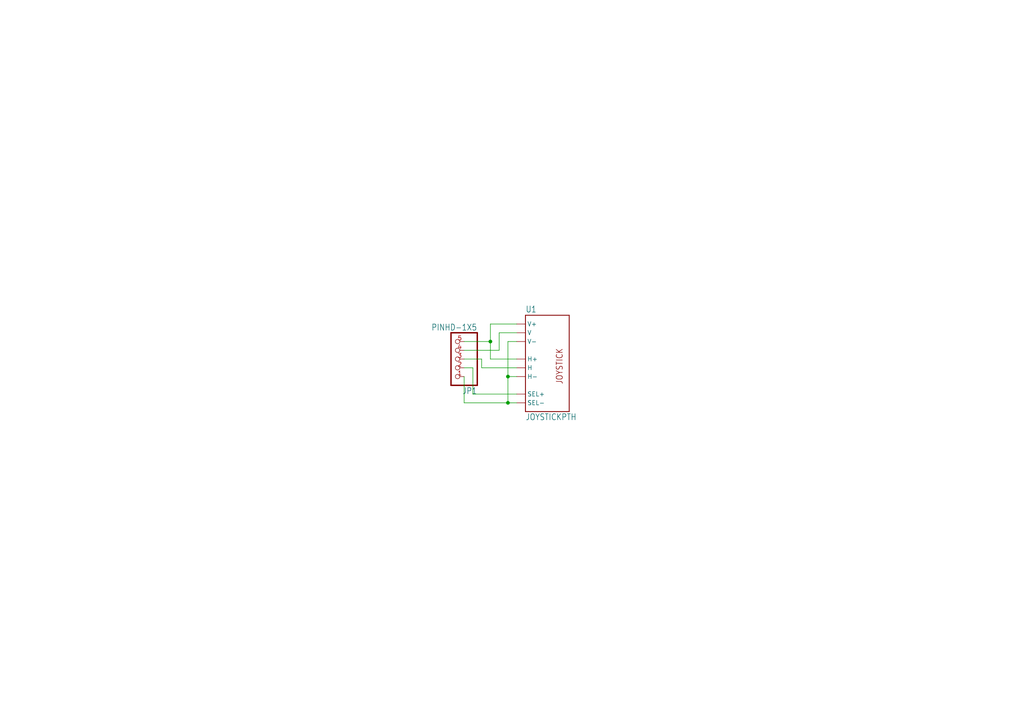
<source format=kicad_sch>
(kicad_sch (version 20211123) (generator eeschema)

  (uuid f6151add-de4c-4164-80e4-67033cfe5123)

  (paper "A4")

  (lib_symbols
    (symbol "joystick-eagle-import:JOYSTICKPTH" (in_bom yes) (on_board yes)
      (property "Reference" "U" (id 0) (at -7.62 13.462 0)
        (effects (font (size 1.778 1.5113)) (justify left bottom))
      )
      (property "Value" "JOYSTICKPTH" (id 1) (at -7.62 -17.78 0)
        (effects (font (size 1.778 1.5113)) (justify left bottom))
      )
      (property "Footprint" "joystick:JOYSTICK" (id 2) (at 0 0 0)
        (effects (font (size 1.27 1.27)) hide)
      )
      (property "Datasheet" "" (id 3) (at 0 0 0)
        (effects (font (size 1.27 1.27)) hide)
      )
      (property "ki_locked" "" (id 4) (at 0 0 0)
        (effects (font (size 1.27 1.27)))
      )
      (symbol "JOYSTICKPTH_1_0"
        (polyline
          (pts
            (xy -7.62 -15.24)
            (xy -7.62 12.7)
          )
          (stroke (width 0.254) (type default) (color 0 0 0 0))
          (fill (type none))
        )
        (polyline
          (pts
            (xy -7.62 12.7)
            (xy 5.08 12.7)
          )
          (stroke (width 0.254) (type default) (color 0 0 0 0))
          (fill (type none))
        )
        (polyline
          (pts
            (xy 5.08 -15.24)
            (xy -7.62 -15.24)
          )
          (stroke (width 0.254) (type default) (color 0 0 0 0))
          (fill (type none))
        )
        (polyline
          (pts
            (xy 5.08 12.7)
            (xy 5.08 -15.24)
          )
          (stroke (width 0.254) (type default) (color 0 0 0 0))
          (fill (type none))
        )
        (text "JOYSTICK" (at 3.302 -7.366 900)
          (effects (font (size 1.778 1.5113)) (justify left bottom))
        )
        (pin bidirectional line (at -10.16 -10.16 0) (length 2.54)
          (name "SEL+" (effects (font (size 1.27 1.27))))
          (number "B1A" (effects (font (size 0 0))))
        )
        (pin bidirectional line (at -10.16 -12.7 0) (length 2.54)
          (name "SEL-" (effects (font (size 1.27 1.27))))
          (number "B2A" (effects (font (size 0 0))))
        )
        (pin bidirectional line (at -10.16 0 0) (length 2.54)
          (name "H+" (effects (font (size 1.27 1.27))))
          (number "H1" (effects (font (size 0 0))))
        )
        (pin bidirectional line (at -10.16 -2.54 0) (length 2.54)
          (name "H" (effects (font (size 1.27 1.27))))
          (number "H2" (effects (font (size 0 0))))
        )
        (pin bidirectional line (at -10.16 -5.08 0) (length 2.54)
          (name "H-" (effects (font (size 1.27 1.27))))
          (number "H3" (effects (font (size 0 0))))
        )
        (pin bidirectional line (at -10.16 10.16 0) (length 2.54)
          (name "V+" (effects (font (size 1.27 1.27))))
          (number "V1" (effects (font (size 0 0))))
        )
        (pin bidirectional line (at -10.16 7.62 0) (length 2.54)
          (name "V" (effects (font (size 1.27 1.27))))
          (number "V2" (effects (font (size 0 0))))
        )
        (pin bidirectional line (at -10.16 5.08 0) (length 2.54)
          (name "V-" (effects (font (size 1.27 1.27))))
          (number "V3" (effects (font (size 0 0))))
        )
      )
    )
    (symbol "joystick-eagle-import:PINHD-1X5" (in_bom yes) (on_board yes)
      (property "Reference" "JP" (id 0) (at -6.35 8.255 0)
        (effects (font (size 1.778 1.5113)) (justify left bottom))
      )
      (property "Value" "PINHD-1X5" (id 1) (at -6.35 -10.16 0)
        (effects (font (size 1.778 1.5113)) (justify left bottom))
      )
      (property "Footprint" "joystick:1X05" (id 2) (at 0 0 0)
        (effects (font (size 1.27 1.27)) hide)
      )
      (property "Datasheet" "" (id 3) (at 0 0 0)
        (effects (font (size 1.27 1.27)) hide)
      )
      (property "ki_locked" "" (id 4) (at 0 0 0)
        (effects (font (size 1.27 1.27)))
      )
      (symbol "PINHD-1X5_1_0"
        (polyline
          (pts
            (xy -6.35 -7.62)
            (xy 1.27 -7.62)
          )
          (stroke (width 0.4064) (type default) (color 0 0 0 0))
          (fill (type none))
        )
        (polyline
          (pts
            (xy -6.35 7.62)
            (xy -6.35 -7.62)
          )
          (stroke (width 0.4064) (type default) (color 0 0 0 0))
          (fill (type none))
        )
        (polyline
          (pts
            (xy 1.27 -7.62)
            (xy 1.27 7.62)
          )
          (stroke (width 0.4064) (type default) (color 0 0 0 0))
          (fill (type none))
        )
        (polyline
          (pts
            (xy 1.27 7.62)
            (xy -6.35 7.62)
          )
          (stroke (width 0.4064) (type default) (color 0 0 0 0))
          (fill (type none))
        )
        (pin passive inverted (at -2.54 5.08 0) (length 2.54)
          (name "1" (effects (font (size 0 0))))
          (number "1" (effects (font (size 1.27 1.27))))
        )
        (pin passive inverted (at -2.54 2.54 0) (length 2.54)
          (name "2" (effects (font (size 0 0))))
          (number "2" (effects (font (size 1.27 1.27))))
        )
        (pin passive inverted (at -2.54 0 0) (length 2.54)
          (name "3" (effects (font (size 0 0))))
          (number "3" (effects (font (size 1.27 1.27))))
        )
        (pin passive inverted (at -2.54 -2.54 0) (length 2.54)
          (name "4" (effects (font (size 0 0))))
          (number "4" (effects (font (size 1.27 1.27))))
        )
        (pin passive inverted (at -2.54 -5.08 0) (length 2.54)
          (name "5" (effects (font (size 0 0))))
          (number "5" (effects (font (size 1.27 1.27))))
        )
      )
    )
  )

  (junction (at 147.32 116.84) (diameter 0) (color 0 0 0 0)
    (uuid 69bb069c-4155-4bee-9683-be89522001e9)
  )
  (junction (at 147.32 109.22) (diameter 0) (color 0 0 0 0)
    (uuid 8ba29c31-7ea8-4623-b694-603e8b5f8b54)
  )
  (junction (at 142.24 99.06) (diameter 0) (color 0 0 0 0)
    (uuid cd6bd31f-650e-4728-ae67-e15857c8c1c0)
  )

  (wire (pts (xy 147.32 99.06) (xy 147.32 109.22))
    (stroke (width 0) (type default) (color 0 0 0 0))
    (uuid 01ce7cb2-1ade-4746-953e-7dd653371aab)
  )
  (wire (pts (xy 147.32 109.22) (xy 149.86 109.22))
    (stroke (width 0) (type default) (color 0 0 0 0))
    (uuid 07cdc3ad-40ba-4ef5-b33f-0959c15c4562)
  )
  (wire (pts (xy 139.7 104.14) (xy 139.7 106.68))
    (stroke (width 0) (type default) (color 0 0 0 0))
    (uuid 12d98feb-cb09-48fc-b725-ad8e41091410)
  )
  (wire (pts (xy 142.24 99.06) (xy 142.24 104.14))
    (stroke (width 0) (type default) (color 0 0 0 0))
    (uuid 13a37fa1-357b-4ae0-9b9e-ee8b416138cd)
  )
  (wire (pts (xy 134.62 109.22) (xy 134.62 116.84))
    (stroke (width 0) (type default) (color 0 0 0 0))
    (uuid 15f47301-5528-4338-ad59-cc12ad8b1946)
  )
  (wire (pts (xy 144.78 101.6) (xy 144.78 96.52))
    (stroke (width 0) (type default) (color 0 0 0 0))
    (uuid 48de4155-63c7-4b8b-9f21-9700d3ac7927)
  )
  (wire (pts (xy 142.24 93.98) (xy 142.24 99.06))
    (stroke (width 0) (type default) (color 0 0 0 0))
    (uuid 49ae451c-815a-4ffa-bd24-c7b2a7d8ec9a)
  )
  (wire (pts (xy 137.16 106.68) (xy 134.62 106.68))
    (stroke (width 0) (type default) (color 0 0 0 0))
    (uuid 59519048-0e28-4e41-8f0e-0aec598547c5)
  )
  (wire (pts (xy 144.78 96.52) (xy 149.86 96.52))
    (stroke (width 0) (type default) (color 0 0 0 0))
    (uuid 5d147f58-e030-4556-89fb-f59a6edfdf53)
  )
  (wire (pts (xy 149.86 114.3) (xy 137.16 114.3))
    (stroke (width 0) (type default) (color 0 0 0 0))
    (uuid 692141a5-2109-4efd-a95f-f6ef819d930e)
  )
  (wire (pts (xy 139.7 106.68) (xy 149.86 106.68))
    (stroke (width 0) (type default) (color 0 0 0 0))
    (uuid 6c68fa40-5a8e-44e1-85ec-a08ad9f134be)
  )
  (wire (pts (xy 142.24 104.14) (xy 149.86 104.14))
    (stroke (width 0) (type default) (color 0 0 0 0))
    (uuid a215aec0-b95f-4c00-857b-82128e7b2e28)
  )
  (wire (pts (xy 137.16 114.3) (xy 137.16 106.68))
    (stroke (width 0) (type default) (color 0 0 0 0))
    (uuid aad4812e-4255-4285-9715-3d76bf800861)
  )
  (wire (pts (xy 149.86 93.98) (xy 142.24 93.98))
    (stroke (width 0) (type default) (color 0 0 0 0))
    (uuid b3d6bb56-85e1-4ece-a8ad-dfa744de6d33)
  )
  (wire (pts (xy 149.86 99.06) (xy 147.32 99.06))
    (stroke (width 0) (type default) (color 0 0 0 0))
    (uuid cd2ac98a-3759-47ff-9969-36caadfbbb97)
  )
  (wire (pts (xy 134.62 116.84) (xy 147.32 116.84))
    (stroke (width 0) (type default) (color 0 0 0 0))
    (uuid d45b78ab-485e-4832-99e9-c068fd57d70c)
  )
  (wire (pts (xy 147.32 116.84) (xy 149.86 116.84))
    (stroke (width 0) (type default) (color 0 0 0 0))
    (uuid dedf4953-1b12-451e-87c9-33a5ad2b9d6d)
  )
  (wire (pts (xy 134.62 99.06) (xy 142.24 99.06))
    (stroke (width 0) (type default) (color 0 0 0 0))
    (uuid e786c2d9-bfb8-4529-89ea-7db2b00ffdce)
  )
  (wire (pts (xy 147.32 109.22) (xy 147.32 116.84))
    (stroke (width 0) (type default) (color 0 0 0 0))
    (uuid ef60e159-c789-4700-af50-e2b1c26602a8)
  )
  (wire (pts (xy 134.62 101.6) (xy 144.78 101.6))
    (stroke (width 0) (type default) (color 0 0 0 0))
    (uuid faea1fea-0120-4523-ba53-1a27bbe06b3e)
  )
  (wire (pts (xy 134.62 104.14) (xy 139.7 104.14))
    (stroke (width 0) (type default) (color 0 0 0 0))
    (uuid feab62bb-8edb-4c34-834f-17eb6723ade2)
  )

  (symbol (lib_id "joystick-eagle-import:PINHD-1X5") (at 132.08 104.14 180) (unit 1)
    (in_bom yes) (on_board yes)
    (uuid a2d3e857-d04d-436d-835d-de12fafdf700)
    (property "Reference" "JP1" (id 0) (at 138.43 112.395 0)
      (effects (font (size 1.778 1.5113)) (justify left bottom))
    )
    (property "Value" "" (id 1) (at 138.43 93.98 0)
      (effects (font (size 1.778 1.5113)) (justify left bottom))
    )
    (property "Footprint" "" (id 2) (at 132.08 104.14 0)
      (effects (font (size 1.27 1.27)) hide)
    )
    (property "Datasheet" "" (id 3) (at 132.08 104.14 0)
      (effects (font (size 1.27 1.27)) hide)
    )
    (pin "1" (uuid 54317acd-ddd4-482a-a4d3-ccece546266d))
    (pin "2" (uuid 96ce7de8-5d13-4095-94b6-f5c1c814d329))
    (pin "3" (uuid 964f60d8-4c57-4857-b3e5-47c18dc86b4e))
    (pin "4" (uuid 4e75f3ab-2093-4b4f-b88a-1b0718b6ca3b))
    (pin "5" (uuid 2e86bfd4-f253-4ba7-bb33-95c91a930e07))
  )

  (symbol (lib_id "joystick-eagle-import:JOYSTICKPTH") (at 160.02 104.14 0) (unit 1)
    (in_bom yes) (on_board yes)
    (uuid fc6c3277-d123-416a-9ce6-9eca73a00b35)
    (property "Reference" "U1" (id 0) (at 152.4 90.678 0)
      (effects (font (size 1.778 1.5113)) (justify left bottom))
    )
    (property "Value" "" (id 1) (at 152.4 121.92 0)
      (effects (font (size 1.778 1.5113)) (justify left bottom))
    )
    (property "Footprint" "" (id 2) (at 160.02 104.14 0)
      (effects (font (size 1.27 1.27)) hide)
    )
    (property "Datasheet" "" (id 3) (at 160.02 104.14 0)
      (effects (font (size 1.27 1.27)) hide)
    )
    (pin "B1A" (uuid dd4abc16-7c5b-4bd4-a290-ce78a368edef))
    (pin "B2A" (uuid 706da127-a60c-4f31-b440-f9d6c03649a0))
    (pin "H1" (uuid 105b867b-f700-459f-869b-c98ce3e2cd24))
    (pin "H2" (uuid e38ad7e5-6d32-4a9c-b4d4-4aa63ffe4279))
    (pin "H3" (uuid 3361398f-1e69-4460-af41-fb2c88a60fa8))
    (pin "V1" (uuid f5144478-4d60-40e5-aaba-c8b1c1fe1a62))
    (pin "V2" (uuid fe293432-d6b8-4259-ab97-0c52e2712394))
    (pin "V3" (uuid 41c1e2c4-a2e3-4480-b791-be78711cfa94))
  )

  (sheet_instances
    (path "/" (page "1"))
  )

  (symbol_instances
    (path "/a2d3e857-d04d-436d-835d-de12fafdf700"
      (reference "JP1") (unit 1) (value "PINHD-1X5") (footprint "joystick:1X05")
    )
    (path "/fc6c3277-d123-416a-9ce6-9eca73a00b35"
      (reference "U1") (unit 1) (value "JOYSTICKPTH") (footprint "joystick:JOYSTICK")
    )
  )
)

</source>
